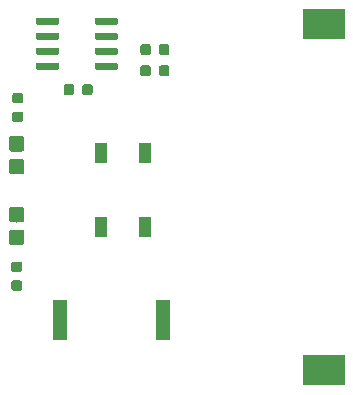
<source format=gbr>
G04 #@! TF.GenerationSoftware,KiCad,Pcbnew,(5.1.4-0-10_14)*
G04 #@! TF.CreationDate,2020-05-31T23:05:55+02:00*
G04 #@! TF.ProjectId,maskmeter,6d61736b-6d65-4746-9572-2e6b69636164,rev?*
G04 #@! TF.SameCoordinates,Original*
G04 #@! TF.FileFunction,Paste,Top*
G04 #@! TF.FilePolarity,Positive*
%FSLAX46Y46*%
G04 Gerber Fmt 4.6, Leading zero omitted, Abs format (unit mm)*
G04 Created by KiCad (PCBNEW (5.1.4-0-10_14)) date 2020-05-31 23:05:55*
%MOMM*%
%LPD*%
G04 APERTURE LIST*
%ADD10R,3.600000X2.600000*%
%ADD11R,1.300000X3.400000*%
%ADD12R,1.000000X1.700000*%
%ADD13C,0.100000*%
%ADD14C,0.875000*%
%ADD15C,1.300000*%
%ADD16C,0.600000*%
G04 APERTURE END LIST*
D10*
X130000000Y-75950000D03*
X130000000Y-105250000D03*
D11*
X116350000Y-101000000D03*
X107650000Y-101000000D03*
D12*
X111100000Y-93150000D03*
X111100000Y-86850000D03*
X114900000Y-93150000D03*
X114900000Y-86850000D03*
D13*
G36*
X110227691Y-81026053D02*
G01*
X110248926Y-81029203D01*
X110269750Y-81034419D01*
X110289962Y-81041651D01*
X110309368Y-81050830D01*
X110327781Y-81061866D01*
X110345024Y-81074654D01*
X110360930Y-81089070D01*
X110375346Y-81104976D01*
X110388134Y-81122219D01*
X110399170Y-81140632D01*
X110408349Y-81160038D01*
X110415581Y-81180250D01*
X110420797Y-81201074D01*
X110423947Y-81222309D01*
X110425000Y-81243750D01*
X110425000Y-81756250D01*
X110423947Y-81777691D01*
X110420797Y-81798926D01*
X110415581Y-81819750D01*
X110408349Y-81839962D01*
X110399170Y-81859368D01*
X110388134Y-81877781D01*
X110375346Y-81895024D01*
X110360930Y-81910930D01*
X110345024Y-81925346D01*
X110327781Y-81938134D01*
X110309368Y-81949170D01*
X110289962Y-81958349D01*
X110269750Y-81965581D01*
X110248926Y-81970797D01*
X110227691Y-81973947D01*
X110206250Y-81975000D01*
X109768750Y-81975000D01*
X109747309Y-81973947D01*
X109726074Y-81970797D01*
X109705250Y-81965581D01*
X109685038Y-81958349D01*
X109665632Y-81949170D01*
X109647219Y-81938134D01*
X109629976Y-81925346D01*
X109614070Y-81910930D01*
X109599654Y-81895024D01*
X109586866Y-81877781D01*
X109575830Y-81859368D01*
X109566651Y-81839962D01*
X109559419Y-81819750D01*
X109554203Y-81798926D01*
X109551053Y-81777691D01*
X109550000Y-81756250D01*
X109550000Y-81243750D01*
X109551053Y-81222309D01*
X109554203Y-81201074D01*
X109559419Y-81180250D01*
X109566651Y-81160038D01*
X109575830Y-81140632D01*
X109586866Y-81122219D01*
X109599654Y-81104976D01*
X109614070Y-81089070D01*
X109629976Y-81074654D01*
X109647219Y-81061866D01*
X109665632Y-81050830D01*
X109685038Y-81041651D01*
X109705250Y-81034419D01*
X109726074Y-81029203D01*
X109747309Y-81026053D01*
X109768750Y-81025000D01*
X110206250Y-81025000D01*
X110227691Y-81026053D01*
X110227691Y-81026053D01*
G37*
D14*
X109987500Y-81500000D03*
D13*
G36*
X108652691Y-81026053D02*
G01*
X108673926Y-81029203D01*
X108694750Y-81034419D01*
X108714962Y-81041651D01*
X108734368Y-81050830D01*
X108752781Y-81061866D01*
X108770024Y-81074654D01*
X108785930Y-81089070D01*
X108800346Y-81104976D01*
X108813134Y-81122219D01*
X108824170Y-81140632D01*
X108833349Y-81160038D01*
X108840581Y-81180250D01*
X108845797Y-81201074D01*
X108848947Y-81222309D01*
X108850000Y-81243750D01*
X108850000Y-81756250D01*
X108848947Y-81777691D01*
X108845797Y-81798926D01*
X108840581Y-81819750D01*
X108833349Y-81839962D01*
X108824170Y-81859368D01*
X108813134Y-81877781D01*
X108800346Y-81895024D01*
X108785930Y-81910930D01*
X108770024Y-81925346D01*
X108752781Y-81938134D01*
X108734368Y-81949170D01*
X108714962Y-81958349D01*
X108694750Y-81965581D01*
X108673926Y-81970797D01*
X108652691Y-81973947D01*
X108631250Y-81975000D01*
X108193750Y-81975000D01*
X108172309Y-81973947D01*
X108151074Y-81970797D01*
X108130250Y-81965581D01*
X108110038Y-81958349D01*
X108090632Y-81949170D01*
X108072219Y-81938134D01*
X108054976Y-81925346D01*
X108039070Y-81910930D01*
X108024654Y-81895024D01*
X108011866Y-81877781D01*
X108000830Y-81859368D01*
X107991651Y-81839962D01*
X107984419Y-81819750D01*
X107979203Y-81798926D01*
X107976053Y-81777691D01*
X107975000Y-81756250D01*
X107975000Y-81243750D01*
X107976053Y-81222309D01*
X107979203Y-81201074D01*
X107984419Y-81180250D01*
X107991651Y-81160038D01*
X108000830Y-81140632D01*
X108011866Y-81122219D01*
X108024654Y-81104976D01*
X108039070Y-81089070D01*
X108054976Y-81074654D01*
X108072219Y-81061866D01*
X108090632Y-81050830D01*
X108110038Y-81041651D01*
X108130250Y-81034419D01*
X108151074Y-81029203D01*
X108172309Y-81026053D01*
X108193750Y-81025000D01*
X108631250Y-81025000D01*
X108652691Y-81026053D01*
X108652691Y-81026053D01*
G37*
D14*
X108412500Y-81500000D03*
D13*
G36*
X104277691Y-97638553D02*
G01*
X104298926Y-97641703D01*
X104319750Y-97646919D01*
X104339962Y-97654151D01*
X104359368Y-97663330D01*
X104377781Y-97674366D01*
X104395024Y-97687154D01*
X104410930Y-97701570D01*
X104425346Y-97717476D01*
X104438134Y-97734719D01*
X104449170Y-97753132D01*
X104458349Y-97772538D01*
X104465581Y-97792750D01*
X104470797Y-97813574D01*
X104473947Y-97834809D01*
X104475000Y-97856250D01*
X104475000Y-98293750D01*
X104473947Y-98315191D01*
X104470797Y-98336426D01*
X104465581Y-98357250D01*
X104458349Y-98377462D01*
X104449170Y-98396868D01*
X104438134Y-98415281D01*
X104425346Y-98432524D01*
X104410930Y-98448430D01*
X104395024Y-98462846D01*
X104377781Y-98475634D01*
X104359368Y-98486670D01*
X104339962Y-98495849D01*
X104319750Y-98503081D01*
X104298926Y-98508297D01*
X104277691Y-98511447D01*
X104256250Y-98512500D01*
X103743750Y-98512500D01*
X103722309Y-98511447D01*
X103701074Y-98508297D01*
X103680250Y-98503081D01*
X103660038Y-98495849D01*
X103640632Y-98486670D01*
X103622219Y-98475634D01*
X103604976Y-98462846D01*
X103589070Y-98448430D01*
X103574654Y-98432524D01*
X103561866Y-98415281D01*
X103550830Y-98396868D01*
X103541651Y-98377462D01*
X103534419Y-98357250D01*
X103529203Y-98336426D01*
X103526053Y-98315191D01*
X103525000Y-98293750D01*
X103525000Y-97856250D01*
X103526053Y-97834809D01*
X103529203Y-97813574D01*
X103534419Y-97792750D01*
X103541651Y-97772538D01*
X103550830Y-97753132D01*
X103561866Y-97734719D01*
X103574654Y-97717476D01*
X103589070Y-97701570D01*
X103604976Y-97687154D01*
X103622219Y-97674366D01*
X103640632Y-97663330D01*
X103660038Y-97654151D01*
X103680250Y-97646919D01*
X103701074Y-97641703D01*
X103722309Y-97638553D01*
X103743750Y-97637500D01*
X104256250Y-97637500D01*
X104277691Y-97638553D01*
X104277691Y-97638553D01*
G37*
D14*
X104000000Y-98075000D03*
D13*
G36*
X104277691Y-96063553D02*
G01*
X104298926Y-96066703D01*
X104319750Y-96071919D01*
X104339962Y-96079151D01*
X104359368Y-96088330D01*
X104377781Y-96099366D01*
X104395024Y-96112154D01*
X104410930Y-96126570D01*
X104425346Y-96142476D01*
X104438134Y-96159719D01*
X104449170Y-96178132D01*
X104458349Y-96197538D01*
X104465581Y-96217750D01*
X104470797Y-96238574D01*
X104473947Y-96259809D01*
X104475000Y-96281250D01*
X104475000Y-96718750D01*
X104473947Y-96740191D01*
X104470797Y-96761426D01*
X104465581Y-96782250D01*
X104458349Y-96802462D01*
X104449170Y-96821868D01*
X104438134Y-96840281D01*
X104425346Y-96857524D01*
X104410930Y-96873430D01*
X104395024Y-96887846D01*
X104377781Y-96900634D01*
X104359368Y-96911670D01*
X104339962Y-96920849D01*
X104319750Y-96928081D01*
X104298926Y-96933297D01*
X104277691Y-96936447D01*
X104256250Y-96937500D01*
X103743750Y-96937500D01*
X103722309Y-96936447D01*
X103701074Y-96933297D01*
X103680250Y-96928081D01*
X103660038Y-96920849D01*
X103640632Y-96911670D01*
X103622219Y-96900634D01*
X103604976Y-96887846D01*
X103589070Y-96873430D01*
X103574654Y-96857524D01*
X103561866Y-96840281D01*
X103550830Y-96821868D01*
X103541651Y-96802462D01*
X103534419Y-96782250D01*
X103529203Y-96761426D01*
X103526053Y-96740191D01*
X103525000Y-96718750D01*
X103525000Y-96281250D01*
X103526053Y-96259809D01*
X103529203Y-96238574D01*
X103534419Y-96217750D01*
X103541651Y-96197538D01*
X103550830Y-96178132D01*
X103561866Y-96159719D01*
X103574654Y-96142476D01*
X103589070Y-96126570D01*
X103604976Y-96112154D01*
X103622219Y-96099366D01*
X103640632Y-96088330D01*
X103660038Y-96079151D01*
X103680250Y-96071919D01*
X103701074Y-96066703D01*
X103722309Y-96063553D01*
X103743750Y-96062500D01*
X104256250Y-96062500D01*
X104277691Y-96063553D01*
X104277691Y-96063553D01*
G37*
D14*
X104000000Y-96500000D03*
D13*
G36*
X104377691Y-81776053D02*
G01*
X104398926Y-81779203D01*
X104419750Y-81784419D01*
X104439962Y-81791651D01*
X104459368Y-81800830D01*
X104477781Y-81811866D01*
X104495024Y-81824654D01*
X104510930Y-81839070D01*
X104525346Y-81854976D01*
X104538134Y-81872219D01*
X104549170Y-81890632D01*
X104558349Y-81910038D01*
X104565581Y-81930250D01*
X104570797Y-81951074D01*
X104573947Y-81972309D01*
X104575000Y-81993750D01*
X104575000Y-82431250D01*
X104573947Y-82452691D01*
X104570797Y-82473926D01*
X104565581Y-82494750D01*
X104558349Y-82514962D01*
X104549170Y-82534368D01*
X104538134Y-82552781D01*
X104525346Y-82570024D01*
X104510930Y-82585930D01*
X104495024Y-82600346D01*
X104477781Y-82613134D01*
X104459368Y-82624170D01*
X104439962Y-82633349D01*
X104419750Y-82640581D01*
X104398926Y-82645797D01*
X104377691Y-82648947D01*
X104356250Y-82650000D01*
X103843750Y-82650000D01*
X103822309Y-82648947D01*
X103801074Y-82645797D01*
X103780250Y-82640581D01*
X103760038Y-82633349D01*
X103740632Y-82624170D01*
X103722219Y-82613134D01*
X103704976Y-82600346D01*
X103689070Y-82585930D01*
X103674654Y-82570024D01*
X103661866Y-82552781D01*
X103650830Y-82534368D01*
X103641651Y-82514962D01*
X103634419Y-82494750D01*
X103629203Y-82473926D01*
X103626053Y-82452691D01*
X103625000Y-82431250D01*
X103625000Y-81993750D01*
X103626053Y-81972309D01*
X103629203Y-81951074D01*
X103634419Y-81930250D01*
X103641651Y-81910038D01*
X103650830Y-81890632D01*
X103661866Y-81872219D01*
X103674654Y-81854976D01*
X103689070Y-81839070D01*
X103704976Y-81824654D01*
X103722219Y-81811866D01*
X103740632Y-81800830D01*
X103760038Y-81791651D01*
X103780250Y-81784419D01*
X103801074Y-81779203D01*
X103822309Y-81776053D01*
X103843750Y-81775000D01*
X104356250Y-81775000D01*
X104377691Y-81776053D01*
X104377691Y-81776053D01*
G37*
D14*
X104100000Y-82212500D03*
D13*
G36*
X104377691Y-83351053D02*
G01*
X104398926Y-83354203D01*
X104419750Y-83359419D01*
X104439962Y-83366651D01*
X104459368Y-83375830D01*
X104477781Y-83386866D01*
X104495024Y-83399654D01*
X104510930Y-83414070D01*
X104525346Y-83429976D01*
X104538134Y-83447219D01*
X104549170Y-83465632D01*
X104558349Y-83485038D01*
X104565581Y-83505250D01*
X104570797Y-83526074D01*
X104573947Y-83547309D01*
X104575000Y-83568750D01*
X104575000Y-84006250D01*
X104573947Y-84027691D01*
X104570797Y-84048926D01*
X104565581Y-84069750D01*
X104558349Y-84089962D01*
X104549170Y-84109368D01*
X104538134Y-84127781D01*
X104525346Y-84145024D01*
X104510930Y-84160930D01*
X104495024Y-84175346D01*
X104477781Y-84188134D01*
X104459368Y-84199170D01*
X104439962Y-84208349D01*
X104419750Y-84215581D01*
X104398926Y-84220797D01*
X104377691Y-84223947D01*
X104356250Y-84225000D01*
X103843750Y-84225000D01*
X103822309Y-84223947D01*
X103801074Y-84220797D01*
X103780250Y-84215581D01*
X103760038Y-84208349D01*
X103740632Y-84199170D01*
X103722219Y-84188134D01*
X103704976Y-84175346D01*
X103689070Y-84160930D01*
X103674654Y-84145024D01*
X103661866Y-84127781D01*
X103650830Y-84109368D01*
X103641651Y-84089962D01*
X103634419Y-84069750D01*
X103629203Y-84048926D01*
X103626053Y-84027691D01*
X103625000Y-84006250D01*
X103625000Y-83568750D01*
X103626053Y-83547309D01*
X103629203Y-83526074D01*
X103634419Y-83505250D01*
X103641651Y-83485038D01*
X103650830Y-83465632D01*
X103661866Y-83447219D01*
X103674654Y-83429976D01*
X103689070Y-83414070D01*
X103704976Y-83399654D01*
X103722219Y-83386866D01*
X103740632Y-83375830D01*
X103760038Y-83366651D01*
X103780250Y-83359419D01*
X103801074Y-83354203D01*
X103822309Y-83351053D01*
X103843750Y-83350000D01*
X104356250Y-83350000D01*
X104377691Y-83351053D01*
X104377691Y-83351053D01*
G37*
D14*
X104100000Y-83787500D03*
D13*
G36*
X104424504Y-93338704D02*
G01*
X104448773Y-93342304D01*
X104472571Y-93348265D01*
X104495671Y-93356530D01*
X104517849Y-93367020D01*
X104538893Y-93379633D01*
X104558598Y-93394247D01*
X104576777Y-93410723D01*
X104593253Y-93428902D01*
X104607867Y-93448607D01*
X104620480Y-93469651D01*
X104630970Y-93491829D01*
X104639235Y-93514929D01*
X104645196Y-93538727D01*
X104648796Y-93562996D01*
X104650000Y-93587500D01*
X104650000Y-94412500D01*
X104648796Y-94437004D01*
X104645196Y-94461273D01*
X104639235Y-94485071D01*
X104630970Y-94508171D01*
X104620480Y-94530349D01*
X104607867Y-94551393D01*
X104593253Y-94571098D01*
X104576777Y-94589277D01*
X104558598Y-94605753D01*
X104538893Y-94620367D01*
X104517849Y-94632980D01*
X104495671Y-94643470D01*
X104472571Y-94651735D01*
X104448773Y-94657696D01*
X104424504Y-94661296D01*
X104400000Y-94662500D01*
X103600000Y-94662500D01*
X103575496Y-94661296D01*
X103551227Y-94657696D01*
X103527429Y-94651735D01*
X103504329Y-94643470D01*
X103482151Y-94632980D01*
X103461107Y-94620367D01*
X103441402Y-94605753D01*
X103423223Y-94589277D01*
X103406747Y-94571098D01*
X103392133Y-94551393D01*
X103379520Y-94530349D01*
X103369030Y-94508171D01*
X103360765Y-94485071D01*
X103354804Y-94461273D01*
X103351204Y-94437004D01*
X103350000Y-94412500D01*
X103350000Y-93587500D01*
X103351204Y-93562996D01*
X103354804Y-93538727D01*
X103360765Y-93514929D01*
X103369030Y-93491829D01*
X103379520Y-93469651D01*
X103392133Y-93448607D01*
X103406747Y-93428902D01*
X103423223Y-93410723D01*
X103441402Y-93394247D01*
X103461107Y-93379633D01*
X103482151Y-93367020D01*
X103504329Y-93356530D01*
X103527429Y-93348265D01*
X103551227Y-93342304D01*
X103575496Y-93338704D01*
X103600000Y-93337500D01*
X104400000Y-93337500D01*
X104424504Y-93338704D01*
X104424504Y-93338704D01*
G37*
D15*
X104000000Y-94000000D03*
D13*
G36*
X104424504Y-91413704D02*
G01*
X104448773Y-91417304D01*
X104472571Y-91423265D01*
X104495671Y-91431530D01*
X104517849Y-91442020D01*
X104538893Y-91454633D01*
X104558598Y-91469247D01*
X104576777Y-91485723D01*
X104593253Y-91503902D01*
X104607867Y-91523607D01*
X104620480Y-91544651D01*
X104630970Y-91566829D01*
X104639235Y-91589929D01*
X104645196Y-91613727D01*
X104648796Y-91637996D01*
X104650000Y-91662500D01*
X104650000Y-92487500D01*
X104648796Y-92512004D01*
X104645196Y-92536273D01*
X104639235Y-92560071D01*
X104630970Y-92583171D01*
X104620480Y-92605349D01*
X104607867Y-92626393D01*
X104593253Y-92646098D01*
X104576777Y-92664277D01*
X104558598Y-92680753D01*
X104538893Y-92695367D01*
X104517849Y-92707980D01*
X104495671Y-92718470D01*
X104472571Y-92726735D01*
X104448773Y-92732696D01*
X104424504Y-92736296D01*
X104400000Y-92737500D01*
X103600000Y-92737500D01*
X103575496Y-92736296D01*
X103551227Y-92732696D01*
X103527429Y-92726735D01*
X103504329Y-92718470D01*
X103482151Y-92707980D01*
X103461107Y-92695367D01*
X103441402Y-92680753D01*
X103423223Y-92664277D01*
X103406747Y-92646098D01*
X103392133Y-92626393D01*
X103379520Y-92605349D01*
X103369030Y-92583171D01*
X103360765Y-92560071D01*
X103354804Y-92536273D01*
X103351204Y-92512004D01*
X103350000Y-92487500D01*
X103350000Y-91662500D01*
X103351204Y-91637996D01*
X103354804Y-91613727D01*
X103360765Y-91589929D01*
X103369030Y-91566829D01*
X103379520Y-91544651D01*
X103392133Y-91523607D01*
X103406747Y-91503902D01*
X103423223Y-91485723D01*
X103441402Y-91469247D01*
X103461107Y-91454633D01*
X103482151Y-91442020D01*
X103504329Y-91431530D01*
X103527429Y-91423265D01*
X103551227Y-91417304D01*
X103575496Y-91413704D01*
X103600000Y-91412500D01*
X104400000Y-91412500D01*
X104424504Y-91413704D01*
X104424504Y-91413704D01*
G37*
D15*
X104000000Y-92075000D03*
D13*
G36*
X104424504Y-87338704D02*
G01*
X104448773Y-87342304D01*
X104472571Y-87348265D01*
X104495671Y-87356530D01*
X104517849Y-87367020D01*
X104538893Y-87379633D01*
X104558598Y-87394247D01*
X104576777Y-87410723D01*
X104593253Y-87428902D01*
X104607867Y-87448607D01*
X104620480Y-87469651D01*
X104630970Y-87491829D01*
X104639235Y-87514929D01*
X104645196Y-87538727D01*
X104648796Y-87562996D01*
X104650000Y-87587500D01*
X104650000Y-88412500D01*
X104648796Y-88437004D01*
X104645196Y-88461273D01*
X104639235Y-88485071D01*
X104630970Y-88508171D01*
X104620480Y-88530349D01*
X104607867Y-88551393D01*
X104593253Y-88571098D01*
X104576777Y-88589277D01*
X104558598Y-88605753D01*
X104538893Y-88620367D01*
X104517849Y-88632980D01*
X104495671Y-88643470D01*
X104472571Y-88651735D01*
X104448773Y-88657696D01*
X104424504Y-88661296D01*
X104400000Y-88662500D01*
X103600000Y-88662500D01*
X103575496Y-88661296D01*
X103551227Y-88657696D01*
X103527429Y-88651735D01*
X103504329Y-88643470D01*
X103482151Y-88632980D01*
X103461107Y-88620367D01*
X103441402Y-88605753D01*
X103423223Y-88589277D01*
X103406747Y-88571098D01*
X103392133Y-88551393D01*
X103379520Y-88530349D01*
X103369030Y-88508171D01*
X103360765Y-88485071D01*
X103354804Y-88461273D01*
X103351204Y-88437004D01*
X103350000Y-88412500D01*
X103350000Y-87587500D01*
X103351204Y-87562996D01*
X103354804Y-87538727D01*
X103360765Y-87514929D01*
X103369030Y-87491829D01*
X103379520Y-87469651D01*
X103392133Y-87448607D01*
X103406747Y-87428902D01*
X103423223Y-87410723D01*
X103441402Y-87394247D01*
X103461107Y-87379633D01*
X103482151Y-87367020D01*
X103504329Y-87356530D01*
X103527429Y-87348265D01*
X103551227Y-87342304D01*
X103575496Y-87338704D01*
X103600000Y-87337500D01*
X104400000Y-87337500D01*
X104424504Y-87338704D01*
X104424504Y-87338704D01*
G37*
D15*
X104000000Y-88000000D03*
D13*
G36*
X104424504Y-85413704D02*
G01*
X104448773Y-85417304D01*
X104472571Y-85423265D01*
X104495671Y-85431530D01*
X104517849Y-85442020D01*
X104538893Y-85454633D01*
X104558598Y-85469247D01*
X104576777Y-85485723D01*
X104593253Y-85503902D01*
X104607867Y-85523607D01*
X104620480Y-85544651D01*
X104630970Y-85566829D01*
X104639235Y-85589929D01*
X104645196Y-85613727D01*
X104648796Y-85637996D01*
X104650000Y-85662500D01*
X104650000Y-86487500D01*
X104648796Y-86512004D01*
X104645196Y-86536273D01*
X104639235Y-86560071D01*
X104630970Y-86583171D01*
X104620480Y-86605349D01*
X104607867Y-86626393D01*
X104593253Y-86646098D01*
X104576777Y-86664277D01*
X104558598Y-86680753D01*
X104538893Y-86695367D01*
X104517849Y-86707980D01*
X104495671Y-86718470D01*
X104472571Y-86726735D01*
X104448773Y-86732696D01*
X104424504Y-86736296D01*
X104400000Y-86737500D01*
X103600000Y-86737500D01*
X103575496Y-86736296D01*
X103551227Y-86732696D01*
X103527429Y-86726735D01*
X103504329Y-86718470D01*
X103482151Y-86707980D01*
X103461107Y-86695367D01*
X103441402Y-86680753D01*
X103423223Y-86664277D01*
X103406747Y-86646098D01*
X103392133Y-86626393D01*
X103379520Y-86605349D01*
X103369030Y-86583171D01*
X103360765Y-86560071D01*
X103354804Y-86536273D01*
X103351204Y-86512004D01*
X103350000Y-86487500D01*
X103350000Y-85662500D01*
X103351204Y-85637996D01*
X103354804Y-85613727D01*
X103360765Y-85589929D01*
X103369030Y-85566829D01*
X103379520Y-85544651D01*
X103392133Y-85523607D01*
X103406747Y-85503902D01*
X103423223Y-85485723D01*
X103441402Y-85469247D01*
X103461107Y-85454633D01*
X103482151Y-85442020D01*
X103504329Y-85431530D01*
X103527429Y-85423265D01*
X103551227Y-85417304D01*
X103575496Y-85413704D01*
X103600000Y-85412500D01*
X104400000Y-85412500D01*
X104424504Y-85413704D01*
X104424504Y-85413704D01*
G37*
D15*
X104000000Y-86075000D03*
D13*
G36*
X116727691Y-79426053D02*
G01*
X116748926Y-79429203D01*
X116769750Y-79434419D01*
X116789962Y-79441651D01*
X116809368Y-79450830D01*
X116827781Y-79461866D01*
X116845024Y-79474654D01*
X116860930Y-79489070D01*
X116875346Y-79504976D01*
X116888134Y-79522219D01*
X116899170Y-79540632D01*
X116908349Y-79560038D01*
X116915581Y-79580250D01*
X116920797Y-79601074D01*
X116923947Y-79622309D01*
X116925000Y-79643750D01*
X116925000Y-80156250D01*
X116923947Y-80177691D01*
X116920797Y-80198926D01*
X116915581Y-80219750D01*
X116908349Y-80239962D01*
X116899170Y-80259368D01*
X116888134Y-80277781D01*
X116875346Y-80295024D01*
X116860930Y-80310930D01*
X116845024Y-80325346D01*
X116827781Y-80338134D01*
X116809368Y-80349170D01*
X116789962Y-80358349D01*
X116769750Y-80365581D01*
X116748926Y-80370797D01*
X116727691Y-80373947D01*
X116706250Y-80375000D01*
X116268750Y-80375000D01*
X116247309Y-80373947D01*
X116226074Y-80370797D01*
X116205250Y-80365581D01*
X116185038Y-80358349D01*
X116165632Y-80349170D01*
X116147219Y-80338134D01*
X116129976Y-80325346D01*
X116114070Y-80310930D01*
X116099654Y-80295024D01*
X116086866Y-80277781D01*
X116075830Y-80259368D01*
X116066651Y-80239962D01*
X116059419Y-80219750D01*
X116054203Y-80198926D01*
X116051053Y-80177691D01*
X116050000Y-80156250D01*
X116050000Y-79643750D01*
X116051053Y-79622309D01*
X116054203Y-79601074D01*
X116059419Y-79580250D01*
X116066651Y-79560038D01*
X116075830Y-79540632D01*
X116086866Y-79522219D01*
X116099654Y-79504976D01*
X116114070Y-79489070D01*
X116129976Y-79474654D01*
X116147219Y-79461866D01*
X116165632Y-79450830D01*
X116185038Y-79441651D01*
X116205250Y-79434419D01*
X116226074Y-79429203D01*
X116247309Y-79426053D01*
X116268750Y-79425000D01*
X116706250Y-79425000D01*
X116727691Y-79426053D01*
X116727691Y-79426053D01*
G37*
D14*
X116487500Y-79900000D03*
D13*
G36*
X115152691Y-79426053D02*
G01*
X115173926Y-79429203D01*
X115194750Y-79434419D01*
X115214962Y-79441651D01*
X115234368Y-79450830D01*
X115252781Y-79461866D01*
X115270024Y-79474654D01*
X115285930Y-79489070D01*
X115300346Y-79504976D01*
X115313134Y-79522219D01*
X115324170Y-79540632D01*
X115333349Y-79560038D01*
X115340581Y-79580250D01*
X115345797Y-79601074D01*
X115348947Y-79622309D01*
X115350000Y-79643750D01*
X115350000Y-80156250D01*
X115348947Y-80177691D01*
X115345797Y-80198926D01*
X115340581Y-80219750D01*
X115333349Y-80239962D01*
X115324170Y-80259368D01*
X115313134Y-80277781D01*
X115300346Y-80295024D01*
X115285930Y-80310930D01*
X115270024Y-80325346D01*
X115252781Y-80338134D01*
X115234368Y-80349170D01*
X115214962Y-80358349D01*
X115194750Y-80365581D01*
X115173926Y-80370797D01*
X115152691Y-80373947D01*
X115131250Y-80375000D01*
X114693750Y-80375000D01*
X114672309Y-80373947D01*
X114651074Y-80370797D01*
X114630250Y-80365581D01*
X114610038Y-80358349D01*
X114590632Y-80349170D01*
X114572219Y-80338134D01*
X114554976Y-80325346D01*
X114539070Y-80310930D01*
X114524654Y-80295024D01*
X114511866Y-80277781D01*
X114500830Y-80259368D01*
X114491651Y-80239962D01*
X114484419Y-80219750D01*
X114479203Y-80198926D01*
X114476053Y-80177691D01*
X114475000Y-80156250D01*
X114475000Y-79643750D01*
X114476053Y-79622309D01*
X114479203Y-79601074D01*
X114484419Y-79580250D01*
X114491651Y-79560038D01*
X114500830Y-79540632D01*
X114511866Y-79522219D01*
X114524654Y-79504976D01*
X114539070Y-79489070D01*
X114554976Y-79474654D01*
X114572219Y-79461866D01*
X114590632Y-79450830D01*
X114610038Y-79441651D01*
X114630250Y-79434419D01*
X114651074Y-79429203D01*
X114672309Y-79426053D01*
X114693750Y-79425000D01*
X115131250Y-79425000D01*
X115152691Y-79426053D01*
X115152691Y-79426053D01*
G37*
D14*
X114912500Y-79900000D03*
D13*
G36*
X115152691Y-77626053D02*
G01*
X115173926Y-77629203D01*
X115194750Y-77634419D01*
X115214962Y-77641651D01*
X115234368Y-77650830D01*
X115252781Y-77661866D01*
X115270024Y-77674654D01*
X115285930Y-77689070D01*
X115300346Y-77704976D01*
X115313134Y-77722219D01*
X115324170Y-77740632D01*
X115333349Y-77760038D01*
X115340581Y-77780250D01*
X115345797Y-77801074D01*
X115348947Y-77822309D01*
X115350000Y-77843750D01*
X115350000Y-78356250D01*
X115348947Y-78377691D01*
X115345797Y-78398926D01*
X115340581Y-78419750D01*
X115333349Y-78439962D01*
X115324170Y-78459368D01*
X115313134Y-78477781D01*
X115300346Y-78495024D01*
X115285930Y-78510930D01*
X115270024Y-78525346D01*
X115252781Y-78538134D01*
X115234368Y-78549170D01*
X115214962Y-78558349D01*
X115194750Y-78565581D01*
X115173926Y-78570797D01*
X115152691Y-78573947D01*
X115131250Y-78575000D01*
X114693750Y-78575000D01*
X114672309Y-78573947D01*
X114651074Y-78570797D01*
X114630250Y-78565581D01*
X114610038Y-78558349D01*
X114590632Y-78549170D01*
X114572219Y-78538134D01*
X114554976Y-78525346D01*
X114539070Y-78510930D01*
X114524654Y-78495024D01*
X114511866Y-78477781D01*
X114500830Y-78459368D01*
X114491651Y-78439962D01*
X114484419Y-78419750D01*
X114479203Y-78398926D01*
X114476053Y-78377691D01*
X114475000Y-78356250D01*
X114475000Y-77843750D01*
X114476053Y-77822309D01*
X114479203Y-77801074D01*
X114484419Y-77780250D01*
X114491651Y-77760038D01*
X114500830Y-77740632D01*
X114511866Y-77722219D01*
X114524654Y-77704976D01*
X114539070Y-77689070D01*
X114554976Y-77674654D01*
X114572219Y-77661866D01*
X114590632Y-77650830D01*
X114610038Y-77641651D01*
X114630250Y-77634419D01*
X114651074Y-77629203D01*
X114672309Y-77626053D01*
X114693750Y-77625000D01*
X115131250Y-77625000D01*
X115152691Y-77626053D01*
X115152691Y-77626053D01*
G37*
D14*
X114912500Y-78100000D03*
D13*
G36*
X116727691Y-77626053D02*
G01*
X116748926Y-77629203D01*
X116769750Y-77634419D01*
X116789962Y-77641651D01*
X116809368Y-77650830D01*
X116827781Y-77661866D01*
X116845024Y-77674654D01*
X116860930Y-77689070D01*
X116875346Y-77704976D01*
X116888134Y-77722219D01*
X116899170Y-77740632D01*
X116908349Y-77760038D01*
X116915581Y-77780250D01*
X116920797Y-77801074D01*
X116923947Y-77822309D01*
X116925000Y-77843750D01*
X116925000Y-78356250D01*
X116923947Y-78377691D01*
X116920797Y-78398926D01*
X116915581Y-78419750D01*
X116908349Y-78439962D01*
X116899170Y-78459368D01*
X116888134Y-78477781D01*
X116875346Y-78495024D01*
X116860930Y-78510930D01*
X116845024Y-78525346D01*
X116827781Y-78538134D01*
X116809368Y-78549170D01*
X116789962Y-78558349D01*
X116769750Y-78565581D01*
X116748926Y-78570797D01*
X116727691Y-78573947D01*
X116706250Y-78575000D01*
X116268750Y-78575000D01*
X116247309Y-78573947D01*
X116226074Y-78570797D01*
X116205250Y-78565581D01*
X116185038Y-78558349D01*
X116165632Y-78549170D01*
X116147219Y-78538134D01*
X116129976Y-78525346D01*
X116114070Y-78510930D01*
X116099654Y-78495024D01*
X116086866Y-78477781D01*
X116075830Y-78459368D01*
X116066651Y-78439962D01*
X116059419Y-78419750D01*
X116054203Y-78398926D01*
X116051053Y-78377691D01*
X116050000Y-78356250D01*
X116050000Y-77843750D01*
X116051053Y-77822309D01*
X116054203Y-77801074D01*
X116059419Y-77780250D01*
X116066651Y-77760038D01*
X116075830Y-77740632D01*
X116086866Y-77722219D01*
X116099654Y-77704976D01*
X116114070Y-77689070D01*
X116129976Y-77674654D01*
X116147219Y-77661866D01*
X116165632Y-77650830D01*
X116185038Y-77641651D01*
X116205250Y-77634419D01*
X116226074Y-77629203D01*
X116247309Y-77626053D01*
X116268750Y-77625000D01*
X116706250Y-77625000D01*
X116727691Y-77626053D01*
X116727691Y-77626053D01*
G37*
D14*
X116487500Y-78100000D03*
D13*
G36*
X112414703Y-75395722D02*
G01*
X112429264Y-75397882D01*
X112443543Y-75401459D01*
X112457403Y-75406418D01*
X112470710Y-75412712D01*
X112483336Y-75420280D01*
X112495159Y-75429048D01*
X112506066Y-75438934D01*
X112515952Y-75449841D01*
X112524720Y-75461664D01*
X112532288Y-75474290D01*
X112538582Y-75487597D01*
X112543541Y-75501457D01*
X112547118Y-75515736D01*
X112549278Y-75530297D01*
X112550000Y-75545000D01*
X112550000Y-75845000D01*
X112549278Y-75859703D01*
X112547118Y-75874264D01*
X112543541Y-75888543D01*
X112538582Y-75902403D01*
X112532288Y-75915710D01*
X112524720Y-75928336D01*
X112515952Y-75940159D01*
X112506066Y-75951066D01*
X112495159Y-75960952D01*
X112483336Y-75969720D01*
X112470710Y-75977288D01*
X112457403Y-75983582D01*
X112443543Y-75988541D01*
X112429264Y-75992118D01*
X112414703Y-75994278D01*
X112400000Y-75995000D01*
X110750000Y-75995000D01*
X110735297Y-75994278D01*
X110720736Y-75992118D01*
X110706457Y-75988541D01*
X110692597Y-75983582D01*
X110679290Y-75977288D01*
X110666664Y-75969720D01*
X110654841Y-75960952D01*
X110643934Y-75951066D01*
X110634048Y-75940159D01*
X110625280Y-75928336D01*
X110617712Y-75915710D01*
X110611418Y-75902403D01*
X110606459Y-75888543D01*
X110602882Y-75874264D01*
X110600722Y-75859703D01*
X110600000Y-75845000D01*
X110600000Y-75545000D01*
X110600722Y-75530297D01*
X110602882Y-75515736D01*
X110606459Y-75501457D01*
X110611418Y-75487597D01*
X110617712Y-75474290D01*
X110625280Y-75461664D01*
X110634048Y-75449841D01*
X110643934Y-75438934D01*
X110654841Y-75429048D01*
X110666664Y-75420280D01*
X110679290Y-75412712D01*
X110692597Y-75406418D01*
X110706457Y-75401459D01*
X110720736Y-75397882D01*
X110735297Y-75395722D01*
X110750000Y-75395000D01*
X112400000Y-75395000D01*
X112414703Y-75395722D01*
X112414703Y-75395722D01*
G37*
D16*
X111575000Y-75695000D03*
D13*
G36*
X112414703Y-76665722D02*
G01*
X112429264Y-76667882D01*
X112443543Y-76671459D01*
X112457403Y-76676418D01*
X112470710Y-76682712D01*
X112483336Y-76690280D01*
X112495159Y-76699048D01*
X112506066Y-76708934D01*
X112515952Y-76719841D01*
X112524720Y-76731664D01*
X112532288Y-76744290D01*
X112538582Y-76757597D01*
X112543541Y-76771457D01*
X112547118Y-76785736D01*
X112549278Y-76800297D01*
X112550000Y-76815000D01*
X112550000Y-77115000D01*
X112549278Y-77129703D01*
X112547118Y-77144264D01*
X112543541Y-77158543D01*
X112538582Y-77172403D01*
X112532288Y-77185710D01*
X112524720Y-77198336D01*
X112515952Y-77210159D01*
X112506066Y-77221066D01*
X112495159Y-77230952D01*
X112483336Y-77239720D01*
X112470710Y-77247288D01*
X112457403Y-77253582D01*
X112443543Y-77258541D01*
X112429264Y-77262118D01*
X112414703Y-77264278D01*
X112400000Y-77265000D01*
X110750000Y-77265000D01*
X110735297Y-77264278D01*
X110720736Y-77262118D01*
X110706457Y-77258541D01*
X110692597Y-77253582D01*
X110679290Y-77247288D01*
X110666664Y-77239720D01*
X110654841Y-77230952D01*
X110643934Y-77221066D01*
X110634048Y-77210159D01*
X110625280Y-77198336D01*
X110617712Y-77185710D01*
X110611418Y-77172403D01*
X110606459Y-77158543D01*
X110602882Y-77144264D01*
X110600722Y-77129703D01*
X110600000Y-77115000D01*
X110600000Y-76815000D01*
X110600722Y-76800297D01*
X110602882Y-76785736D01*
X110606459Y-76771457D01*
X110611418Y-76757597D01*
X110617712Y-76744290D01*
X110625280Y-76731664D01*
X110634048Y-76719841D01*
X110643934Y-76708934D01*
X110654841Y-76699048D01*
X110666664Y-76690280D01*
X110679290Y-76682712D01*
X110692597Y-76676418D01*
X110706457Y-76671459D01*
X110720736Y-76667882D01*
X110735297Y-76665722D01*
X110750000Y-76665000D01*
X112400000Y-76665000D01*
X112414703Y-76665722D01*
X112414703Y-76665722D01*
G37*
D16*
X111575000Y-76965000D03*
D13*
G36*
X112414703Y-77935722D02*
G01*
X112429264Y-77937882D01*
X112443543Y-77941459D01*
X112457403Y-77946418D01*
X112470710Y-77952712D01*
X112483336Y-77960280D01*
X112495159Y-77969048D01*
X112506066Y-77978934D01*
X112515952Y-77989841D01*
X112524720Y-78001664D01*
X112532288Y-78014290D01*
X112538582Y-78027597D01*
X112543541Y-78041457D01*
X112547118Y-78055736D01*
X112549278Y-78070297D01*
X112550000Y-78085000D01*
X112550000Y-78385000D01*
X112549278Y-78399703D01*
X112547118Y-78414264D01*
X112543541Y-78428543D01*
X112538582Y-78442403D01*
X112532288Y-78455710D01*
X112524720Y-78468336D01*
X112515952Y-78480159D01*
X112506066Y-78491066D01*
X112495159Y-78500952D01*
X112483336Y-78509720D01*
X112470710Y-78517288D01*
X112457403Y-78523582D01*
X112443543Y-78528541D01*
X112429264Y-78532118D01*
X112414703Y-78534278D01*
X112400000Y-78535000D01*
X110750000Y-78535000D01*
X110735297Y-78534278D01*
X110720736Y-78532118D01*
X110706457Y-78528541D01*
X110692597Y-78523582D01*
X110679290Y-78517288D01*
X110666664Y-78509720D01*
X110654841Y-78500952D01*
X110643934Y-78491066D01*
X110634048Y-78480159D01*
X110625280Y-78468336D01*
X110617712Y-78455710D01*
X110611418Y-78442403D01*
X110606459Y-78428543D01*
X110602882Y-78414264D01*
X110600722Y-78399703D01*
X110600000Y-78385000D01*
X110600000Y-78085000D01*
X110600722Y-78070297D01*
X110602882Y-78055736D01*
X110606459Y-78041457D01*
X110611418Y-78027597D01*
X110617712Y-78014290D01*
X110625280Y-78001664D01*
X110634048Y-77989841D01*
X110643934Y-77978934D01*
X110654841Y-77969048D01*
X110666664Y-77960280D01*
X110679290Y-77952712D01*
X110692597Y-77946418D01*
X110706457Y-77941459D01*
X110720736Y-77937882D01*
X110735297Y-77935722D01*
X110750000Y-77935000D01*
X112400000Y-77935000D01*
X112414703Y-77935722D01*
X112414703Y-77935722D01*
G37*
D16*
X111575000Y-78235000D03*
D13*
G36*
X112414703Y-79205722D02*
G01*
X112429264Y-79207882D01*
X112443543Y-79211459D01*
X112457403Y-79216418D01*
X112470710Y-79222712D01*
X112483336Y-79230280D01*
X112495159Y-79239048D01*
X112506066Y-79248934D01*
X112515952Y-79259841D01*
X112524720Y-79271664D01*
X112532288Y-79284290D01*
X112538582Y-79297597D01*
X112543541Y-79311457D01*
X112547118Y-79325736D01*
X112549278Y-79340297D01*
X112550000Y-79355000D01*
X112550000Y-79655000D01*
X112549278Y-79669703D01*
X112547118Y-79684264D01*
X112543541Y-79698543D01*
X112538582Y-79712403D01*
X112532288Y-79725710D01*
X112524720Y-79738336D01*
X112515952Y-79750159D01*
X112506066Y-79761066D01*
X112495159Y-79770952D01*
X112483336Y-79779720D01*
X112470710Y-79787288D01*
X112457403Y-79793582D01*
X112443543Y-79798541D01*
X112429264Y-79802118D01*
X112414703Y-79804278D01*
X112400000Y-79805000D01*
X110750000Y-79805000D01*
X110735297Y-79804278D01*
X110720736Y-79802118D01*
X110706457Y-79798541D01*
X110692597Y-79793582D01*
X110679290Y-79787288D01*
X110666664Y-79779720D01*
X110654841Y-79770952D01*
X110643934Y-79761066D01*
X110634048Y-79750159D01*
X110625280Y-79738336D01*
X110617712Y-79725710D01*
X110611418Y-79712403D01*
X110606459Y-79698543D01*
X110602882Y-79684264D01*
X110600722Y-79669703D01*
X110600000Y-79655000D01*
X110600000Y-79355000D01*
X110600722Y-79340297D01*
X110602882Y-79325736D01*
X110606459Y-79311457D01*
X110611418Y-79297597D01*
X110617712Y-79284290D01*
X110625280Y-79271664D01*
X110634048Y-79259841D01*
X110643934Y-79248934D01*
X110654841Y-79239048D01*
X110666664Y-79230280D01*
X110679290Y-79222712D01*
X110692597Y-79216418D01*
X110706457Y-79211459D01*
X110720736Y-79207882D01*
X110735297Y-79205722D01*
X110750000Y-79205000D01*
X112400000Y-79205000D01*
X112414703Y-79205722D01*
X112414703Y-79205722D01*
G37*
D16*
X111575000Y-79505000D03*
D13*
G36*
X107464703Y-79205722D02*
G01*
X107479264Y-79207882D01*
X107493543Y-79211459D01*
X107507403Y-79216418D01*
X107520710Y-79222712D01*
X107533336Y-79230280D01*
X107545159Y-79239048D01*
X107556066Y-79248934D01*
X107565952Y-79259841D01*
X107574720Y-79271664D01*
X107582288Y-79284290D01*
X107588582Y-79297597D01*
X107593541Y-79311457D01*
X107597118Y-79325736D01*
X107599278Y-79340297D01*
X107600000Y-79355000D01*
X107600000Y-79655000D01*
X107599278Y-79669703D01*
X107597118Y-79684264D01*
X107593541Y-79698543D01*
X107588582Y-79712403D01*
X107582288Y-79725710D01*
X107574720Y-79738336D01*
X107565952Y-79750159D01*
X107556066Y-79761066D01*
X107545159Y-79770952D01*
X107533336Y-79779720D01*
X107520710Y-79787288D01*
X107507403Y-79793582D01*
X107493543Y-79798541D01*
X107479264Y-79802118D01*
X107464703Y-79804278D01*
X107450000Y-79805000D01*
X105800000Y-79805000D01*
X105785297Y-79804278D01*
X105770736Y-79802118D01*
X105756457Y-79798541D01*
X105742597Y-79793582D01*
X105729290Y-79787288D01*
X105716664Y-79779720D01*
X105704841Y-79770952D01*
X105693934Y-79761066D01*
X105684048Y-79750159D01*
X105675280Y-79738336D01*
X105667712Y-79725710D01*
X105661418Y-79712403D01*
X105656459Y-79698543D01*
X105652882Y-79684264D01*
X105650722Y-79669703D01*
X105650000Y-79655000D01*
X105650000Y-79355000D01*
X105650722Y-79340297D01*
X105652882Y-79325736D01*
X105656459Y-79311457D01*
X105661418Y-79297597D01*
X105667712Y-79284290D01*
X105675280Y-79271664D01*
X105684048Y-79259841D01*
X105693934Y-79248934D01*
X105704841Y-79239048D01*
X105716664Y-79230280D01*
X105729290Y-79222712D01*
X105742597Y-79216418D01*
X105756457Y-79211459D01*
X105770736Y-79207882D01*
X105785297Y-79205722D01*
X105800000Y-79205000D01*
X107450000Y-79205000D01*
X107464703Y-79205722D01*
X107464703Y-79205722D01*
G37*
D16*
X106625000Y-79505000D03*
D13*
G36*
X107464703Y-77935722D02*
G01*
X107479264Y-77937882D01*
X107493543Y-77941459D01*
X107507403Y-77946418D01*
X107520710Y-77952712D01*
X107533336Y-77960280D01*
X107545159Y-77969048D01*
X107556066Y-77978934D01*
X107565952Y-77989841D01*
X107574720Y-78001664D01*
X107582288Y-78014290D01*
X107588582Y-78027597D01*
X107593541Y-78041457D01*
X107597118Y-78055736D01*
X107599278Y-78070297D01*
X107600000Y-78085000D01*
X107600000Y-78385000D01*
X107599278Y-78399703D01*
X107597118Y-78414264D01*
X107593541Y-78428543D01*
X107588582Y-78442403D01*
X107582288Y-78455710D01*
X107574720Y-78468336D01*
X107565952Y-78480159D01*
X107556066Y-78491066D01*
X107545159Y-78500952D01*
X107533336Y-78509720D01*
X107520710Y-78517288D01*
X107507403Y-78523582D01*
X107493543Y-78528541D01*
X107479264Y-78532118D01*
X107464703Y-78534278D01*
X107450000Y-78535000D01*
X105800000Y-78535000D01*
X105785297Y-78534278D01*
X105770736Y-78532118D01*
X105756457Y-78528541D01*
X105742597Y-78523582D01*
X105729290Y-78517288D01*
X105716664Y-78509720D01*
X105704841Y-78500952D01*
X105693934Y-78491066D01*
X105684048Y-78480159D01*
X105675280Y-78468336D01*
X105667712Y-78455710D01*
X105661418Y-78442403D01*
X105656459Y-78428543D01*
X105652882Y-78414264D01*
X105650722Y-78399703D01*
X105650000Y-78385000D01*
X105650000Y-78085000D01*
X105650722Y-78070297D01*
X105652882Y-78055736D01*
X105656459Y-78041457D01*
X105661418Y-78027597D01*
X105667712Y-78014290D01*
X105675280Y-78001664D01*
X105684048Y-77989841D01*
X105693934Y-77978934D01*
X105704841Y-77969048D01*
X105716664Y-77960280D01*
X105729290Y-77952712D01*
X105742597Y-77946418D01*
X105756457Y-77941459D01*
X105770736Y-77937882D01*
X105785297Y-77935722D01*
X105800000Y-77935000D01*
X107450000Y-77935000D01*
X107464703Y-77935722D01*
X107464703Y-77935722D01*
G37*
D16*
X106625000Y-78235000D03*
D13*
G36*
X107464703Y-76665722D02*
G01*
X107479264Y-76667882D01*
X107493543Y-76671459D01*
X107507403Y-76676418D01*
X107520710Y-76682712D01*
X107533336Y-76690280D01*
X107545159Y-76699048D01*
X107556066Y-76708934D01*
X107565952Y-76719841D01*
X107574720Y-76731664D01*
X107582288Y-76744290D01*
X107588582Y-76757597D01*
X107593541Y-76771457D01*
X107597118Y-76785736D01*
X107599278Y-76800297D01*
X107600000Y-76815000D01*
X107600000Y-77115000D01*
X107599278Y-77129703D01*
X107597118Y-77144264D01*
X107593541Y-77158543D01*
X107588582Y-77172403D01*
X107582288Y-77185710D01*
X107574720Y-77198336D01*
X107565952Y-77210159D01*
X107556066Y-77221066D01*
X107545159Y-77230952D01*
X107533336Y-77239720D01*
X107520710Y-77247288D01*
X107507403Y-77253582D01*
X107493543Y-77258541D01*
X107479264Y-77262118D01*
X107464703Y-77264278D01*
X107450000Y-77265000D01*
X105800000Y-77265000D01*
X105785297Y-77264278D01*
X105770736Y-77262118D01*
X105756457Y-77258541D01*
X105742597Y-77253582D01*
X105729290Y-77247288D01*
X105716664Y-77239720D01*
X105704841Y-77230952D01*
X105693934Y-77221066D01*
X105684048Y-77210159D01*
X105675280Y-77198336D01*
X105667712Y-77185710D01*
X105661418Y-77172403D01*
X105656459Y-77158543D01*
X105652882Y-77144264D01*
X105650722Y-77129703D01*
X105650000Y-77115000D01*
X105650000Y-76815000D01*
X105650722Y-76800297D01*
X105652882Y-76785736D01*
X105656459Y-76771457D01*
X105661418Y-76757597D01*
X105667712Y-76744290D01*
X105675280Y-76731664D01*
X105684048Y-76719841D01*
X105693934Y-76708934D01*
X105704841Y-76699048D01*
X105716664Y-76690280D01*
X105729290Y-76682712D01*
X105742597Y-76676418D01*
X105756457Y-76671459D01*
X105770736Y-76667882D01*
X105785297Y-76665722D01*
X105800000Y-76665000D01*
X107450000Y-76665000D01*
X107464703Y-76665722D01*
X107464703Y-76665722D01*
G37*
D16*
X106625000Y-76965000D03*
D13*
G36*
X107464703Y-75395722D02*
G01*
X107479264Y-75397882D01*
X107493543Y-75401459D01*
X107507403Y-75406418D01*
X107520710Y-75412712D01*
X107533336Y-75420280D01*
X107545159Y-75429048D01*
X107556066Y-75438934D01*
X107565952Y-75449841D01*
X107574720Y-75461664D01*
X107582288Y-75474290D01*
X107588582Y-75487597D01*
X107593541Y-75501457D01*
X107597118Y-75515736D01*
X107599278Y-75530297D01*
X107600000Y-75545000D01*
X107600000Y-75845000D01*
X107599278Y-75859703D01*
X107597118Y-75874264D01*
X107593541Y-75888543D01*
X107588582Y-75902403D01*
X107582288Y-75915710D01*
X107574720Y-75928336D01*
X107565952Y-75940159D01*
X107556066Y-75951066D01*
X107545159Y-75960952D01*
X107533336Y-75969720D01*
X107520710Y-75977288D01*
X107507403Y-75983582D01*
X107493543Y-75988541D01*
X107479264Y-75992118D01*
X107464703Y-75994278D01*
X107450000Y-75995000D01*
X105800000Y-75995000D01*
X105785297Y-75994278D01*
X105770736Y-75992118D01*
X105756457Y-75988541D01*
X105742597Y-75983582D01*
X105729290Y-75977288D01*
X105716664Y-75969720D01*
X105704841Y-75960952D01*
X105693934Y-75951066D01*
X105684048Y-75940159D01*
X105675280Y-75928336D01*
X105667712Y-75915710D01*
X105661418Y-75902403D01*
X105656459Y-75888543D01*
X105652882Y-75874264D01*
X105650722Y-75859703D01*
X105650000Y-75845000D01*
X105650000Y-75545000D01*
X105650722Y-75530297D01*
X105652882Y-75515736D01*
X105656459Y-75501457D01*
X105661418Y-75487597D01*
X105667712Y-75474290D01*
X105675280Y-75461664D01*
X105684048Y-75449841D01*
X105693934Y-75438934D01*
X105704841Y-75429048D01*
X105716664Y-75420280D01*
X105729290Y-75412712D01*
X105742597Y-75406418D01*
X105756457Y-75401459D01*
X105770736Y-75397882D01*
X105785297Y-75395722D01*
X105800000Y-75395000D01*
X107450000Y-75395000D01*
X107464703Y-75395722D01*
X107464703Y-75395722D01*
G37*
D16*
X106625000Y-75695000D03*
M02*

</source>
